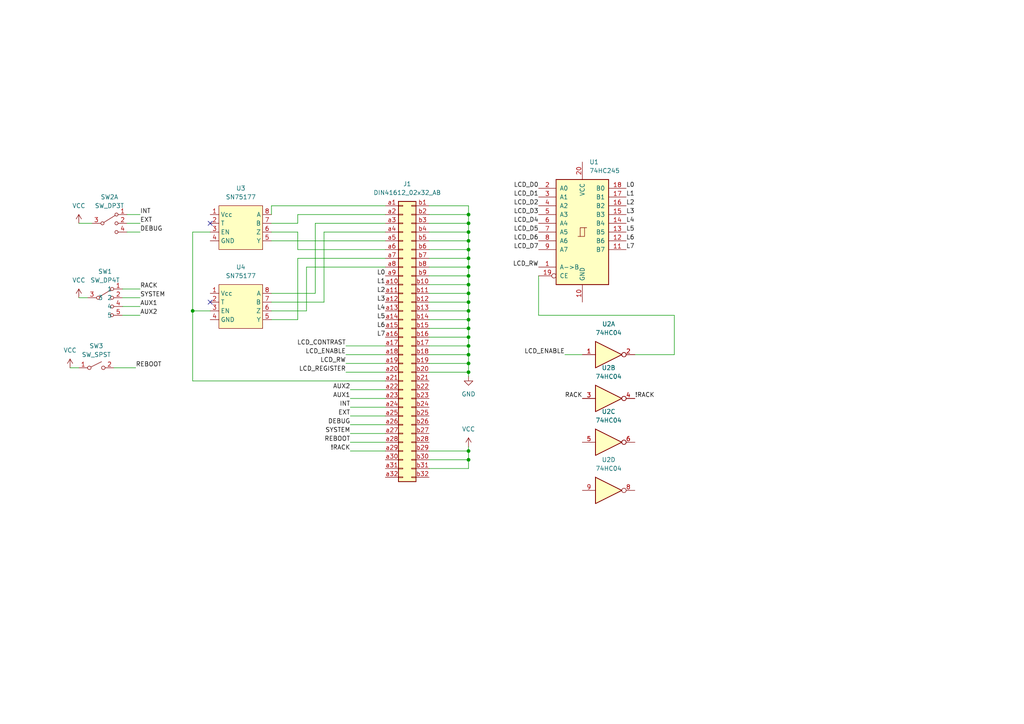
<source format=kicad_sch>
(kicad_sch (version 20211123) (generator eeschema)
  (paper "A4")
  (lib_symbols
    (symbol "74xx:74HC04"
      (property "Reference" "U" (at 0 1.27 0))
      (property "Value" "74HC04" (at 0 -1.27 0))
      (symbol "74HC04_1_0"
        (polyline (pts (xy -3.81 3.81) (xy -3.81 -3.81) (xy 3.81 0) (xy -3.81 3.81)) (stroke (width 0.254)) (fill (type background)))
        (pin input line (at -7.62 0 0) (length 3.81) (name "~") (number "1"))
        (pin output inverted (at 7.62 0 180) (length 3.81) (name "~") (number "2"))
      )
      (symbol "74HC04_2_0"
        (polyline (pts (xy -3.81 3.81) (xy -3.81 -3.81) (xy 3.81 0) (xy -3.81 3.81)) (stroke (width 0.254)) (fill (type background)))
        (pin input line (at -7.62 0 0) (length 3.81) (name "~") (number "3"))
        (pin output inverted (at 7.62 0 180) (length 3.81) (name "~") (number "4"))
      )
      (symbol "74HC04_3_0"
        (polyline (pts (xy -3.81 3.81) (xy -3.81 -3.81) (xy 3.81 0) (xy -3.81 3.81)) (stroke (width 0.254)) (fill (type background)))
        (pin input line (at -7.62 0 0) (length 3.81) (name "~") (number "5"))
        (pin output inverted (at 7.62 0 180) (length 3.81) (name "~") (number "6"))
      )
      (symbol "74HC04_4_0"
        (polyline (pts (xy -3.81 3.81) (xy -3.81 -3.81) (xy 3.81 0) (xy -3.81 3.81)) (stroke (width 0.254)) (fill (type background)))
        (pin output inverted (at 7.62 0 180) (length 3.81) (name "~") (number "8"))
        (pin input line (at -7.62 0 0) (length 3.81) (name "~") (number "9"))
      )
      (symbol "74HC04_5_0"
        (polyline (pts (xy -3.81 3.81) (xy -3.81 -3.81) (xy 3.81 0) (xy -3.81 3.81)) (stroke (width 0.254)) (fill (type background)))
        (pin output inverted (at 7.62 0 180) (length 3.81) (name "~") (number "10"))
        (pin input line (at -7.62 0 0) (length 3.81) (name "~") (number "11"))
      )
      (symbol "74HC04_6_0"
        (polyline (pts (xy -3.81 3.81) (xy -3.81 -3.81) (xy 3.81 0) (xy -3.81 3.81)) (stroke (width 0.254)) (fill (type background)))
        (pin output inverted (at 7.62 0 180) (length 3.81) (name "~") (number "12"))
        (pin input line (at -7.62 0 0) (length 3.81) (name "~") (number "13"))
      )
      (symbol "74HC04_7_0"
        (pin power_in line (at 0 12.7 270) (length 5.08) (name "VCC") (number "14"))
        (pin power_in line (at 0 -12.7 90) (length 5.08) (name "GND") (number "7"))
      )
      (symbol "74HC04_7_1"
        (rectangle (start -5.08 7.62) (end 5.08 -7.62) (stroke (width 0.254)) (fill (type background)))
      )
    )
    (symbol "74xx:74HC245" (pin_names (offset 1.016))
      (property "Reference" "U" (at -7.62 16.51 0))
      (property "Value" "74HC245" (at -7.62 -16.51 0))
      (symbol "74HC245_1_0"
        (polyline (pts (xy -0.635 -1.27) (xy -0.635 1.27) (xy 0.635 1.27)))
        (polyline (pts (xy -1.27 -1.27) (xy 0.635 -1.27) (xy 0.635 1.27) (xy 1.27 1.27)))
        (pin input line (at -12.7 -10.16 0) (length 5.08) (name "A->B") (number "1"))
        (pin power_in line (at 0 -20.32 90) (length 5.08) (name "GND") (number "10"))
        (pin tri_state line (at 12.7 -5.08 180) (length 5.08) (name "B7") (number "11"))
        (pin tri_state line (at 12.7 -2.54 180) (length 5.08) (name "B6") (number "12"))
        (pin tri_state line (at 12.7 0 180) (length 5.08) (name "B5") (number "13"))
        (pin tri_state line (at 12.7 2.54 180) (length 5.08) (name "B4") (number "14"))
        (pin tri_state line (at 12.7 5.08 180) (length 5.08) (name "B3") (number "15"))
        (pin tri_state line (at 12.7 7.62 180) (length 5.08) (name "B2") (number "16"))
        (pin tri_state line (at 12.7 10.16 180) (length 5.08) (name "B1") (number "17"))
        (pin tri_state line (at 12.7 12.7 180) (length 5.08) (name "B0") (number "18"))
        (pin input inverted (at -12.7 -12.7 0) (length 5.08) (name "CE") (number "19"))
        (pin tri_state line (at -12.7 12.7 0) (length 5.08) (name "A0") (number "2"))
        (pin power_in line (at 0 20.32 270) (length 5.08) (name "VCC") (number "20"))
        (pin tri_state line (at -12.7 10.16 0) (length 5.08) (name "A1") (number "3"))
        (pin tri_state line (at -12.7 7.62 0) (length 5.08) (name "A2") (number "4"))
        (pin tri_state line (at -12.7 5.08 0) (length 5.08) (name "A3") (number "5"))
        (pin tri_state line (at -12.7 2.54 0) (length 5.08) (name "A4") (number "6"))
        (pin tri_state line (at -12.7 0 0) (length 5.08) (name "A5") (number "7"))
        (pin tri_state line (at -12.7 -2.54 0) (length 5.08) (name "A6") (number "8"))
        (pin tri_state line (at -12.7 -5.08 0) (length 5.08) (name "A7") (number "9"))
      )
      (symbol "74HC245_1_1"
        (rectangle (start -7.62 15.24) (end 7.62 -15.24) (stroke (width 0.254)) (fill (type background)))
      )
    )
    (symbol "Connector:DIN41612_02x32_AB" (pin_names (offset 1.016) hide)
      (property "Reference" "J" (at 1.27 40.64 0))
      (property "Value" "DIN41612_02x32_AB" (at 1.27 -43.18 0))
      (symbol "DIN41612_02x32_AB_1_1"
        (rectangle (start -1.27 -40.513) (end 0 -40.767) (stroke (width 0.1524)))
        (rectangle (start -1.27 -37.973) (end 0 -38.227) (stroke (width 0.1524)))
        (rectangle (start -1.27 -35.433) (end 0 -35.687) (stroke (width 0.1524)))
        (rectangle (start -1.27 -32.893) (end 0 -33.147) (stroke (width 0.1524)))
        (rectangle (start -1.27 -30.353) (end 0 -30.607) (stroke (width 0.1524)))
        (rectangle (start -1.27 -27.813) (end 0 -28.067) (stroke (width 0.1524)))
        (rectangle (start -1.27 -25.273) (end 0 -25.527) (stroke (width 0.1524)))
        (rectangle (start -1.27 -22.733) (end 0 -22.987) (stroke (width 0.1524)))
        (rectangle (start -1.27 -20.193) (end 0 -20.447) (stroke (width 0.1524)))
        (rectangle (start -1.27 -17.653) (end 0 -17.907) (stroke (width 0.1524)))
        (rectangle (start -1.27 -15.113) (end 0 -15.367) (stroke (width 0.1524)))
        (rectangle (start -1.27 -12.573) (end 0 -12.827) (stroke (width 0.1524)))
        (rectangle (start -1.27 -10.033) (end 0 -10.287) (stroke (width 0.1524)))
        (rectangle (start -1.27 -7.493) (end 0 -7.747) (stroke (width 0.1524)))
        (rectangle (start -1.27 -4.953) (end 0 -5.207) (stroke (width 0.1524)))
        (rectangle (start -1.27 -2.413) (end 0 -2.667) (stroke (width 0.1524)))
        (rectangle (start -1.27 0.127) (end 0 -0.127) (stroke (width 0.1524)))
        (rectangle (start -1.27 2.667) (end 0 2.413) (stroke (width 0.1524)))
        (rectangle (start -1.27 5.207) (end 0 4.953) (stroke (width 0.1524)))
        (rectangle (start -1.27 7.747) (end 0 7.493) (stroke (width 0.1524)))
        (rectangle (start -1.27 10.287) (end 0 10.033) (stroke (width 0.1524)))
        (rectangle (start -1.27 12.827) (end 0 12.573) (stroke (width 0.1524)))
        (rectangle (start -1.27 15.367) (end 0 15.113) (stroke (width 0.1524)))
        (rectangle (start -1.27 17.907) (end 0 17.653) (stroke (width 0.1524)))
        (rectangle (start -1.27 20.447) (end 0 20.193) (stroke (width 0.1524)))
        (rectangle (start -1.27 22.987) (end 0 22.733) (stroke (width 0.1524)))
        (rectangle (start -1.27 25.527) (end 0 25.273) (stroke (width 0.1524)))
        (rectangle (start -1.27 28.067) (end 0 27.813) (stroke (width 0.1524)))
        (rectangle (start -1.27 30.607) (end 0 30.353) (stroke (width 0.1524)))
        (rectangle (start -1.27 33.147) (end 0 32.893) (stroke (width 0.1524)))
        (rectangle (start -1.27 35.687) (end 0 35.433) (stroke (width 0.1524)))
        (rectangle (start -1.27 38.227) (end 0 37.973) (stroke (width 0.1524)))
        (rectangle (start -1.27 39.37) (end 3.81 -41.91) (stroke (width 0.254)) (fill (type background)))
        (rectangle (start 3.81 -40.513) (end 2.54 -40.767) (stroke (width 0.1524)))
        (rectangle (start 3.81 -37.973) (end 2.54 -38.227) (stroke (width 0.1524)))
        (rectangle (start 3.81 -35.433) (end 2.54 -35.687) (stroke (width 0.1524)))
        (rectangle (start 3.81 -32.893) (end 2.54 -33.147) (stroke (width 0.1524)))
        (rectangle (start 3.81 -30.353) (end 2.54 -30.607) (stroke (width 0.1524)))
        (rectangle (start 3.81 -27.813) (end 2.54 -28.067) (stroke (width 0.1524)))
        (rectangle (start 3.81 -25.273) (end 2.54 -25.527) (stroke (width 0.1524)))
        (rectangle (start 3.81 -22.733) (end 2.54 -22.987) (stroke (width 0.1524)))
        (rectangle (start 3.81 -20.193) (end 2.54 -20.447) (stroke (width 0.1524)))
        (rectangle (start 3.81 -17.653) (end 2.54 -17.907) (stroke (width 0.1524)))
        (rectangle (start 3.81 -15.113) (end 2.54 -15.367) (stroke (width 0.1524)))
        (rectangle (start 3.81 -12.573) (end 2.54 -12.827) (stroke (width 0.1524)))
        (rectangle (start 3.81 -10.033) (end 2.54 -10.287) (stroke (width 0.1524)))
        (rectangle (start 3.81 -7.493) (end 2.54 -7.747) (stroke (width 0.1524)))
        (rectangle (start 3.81 -4.953) (end 2.54 -5.207) (stroke (width 0.1524)))
        (rectangle (start 3.81 -2.413) (end 2.54 -2.667) (stroke (width 0.1524)))
        (rectangle (start 3.81 0.127) (end 2.54 -0.127) (stroke (width 0.1524)))
        (rectangle (start 3.81 2.667) (end 2.54 2.413) (stroke (width 0.1524)))
        (rectangle (start 3.81 5.207) (end 2.54 4.953) (stroke (width 0.1524)))
        (rectangle (start 3.81 7.747) (end 2.54 7.493) (stroke (width 0.1524)))
        (rectangle (start 3.81 10.287) (end 2.54 10.033) (stroke (width 0.1524)))
        (rectangle (start 3.81 12.827) (end 2.54 12.573) (stroke (width 0.1524)))
        (rectangle (start 3.81 15.367) (end 2.54 15.113) (stroke (width 0.1524)))
        (rectangle (start 3.81 17.907) (end 2.54 17.653) (stroke (width 0.1524)))
        (rectangle (start 3.81 20.447) (end 2.54 20.193) (stroke (width 0.1524)))
        (rectangle (start 3.81 22.987) (end 2.54 22.733) (stroke (width 0.1524)))
        (rectangle (start 3.81 25.527) (end 2.54 25.273) (stroke (width 0.1524)))
        (rectangle (start 3.81 28.067) (end 2.54 27.813) (stroke (width 0.1524)))
        (rectangle (start 3.81 30.607) (end 2.54 30.353) (stroke (width 0.1524)))
        (rectangle (start 3.81 33.147) (end 2.54 32.893) (stroke (width 0.1524)))
        (rectangle (start 3.81 35.687) (end 2.54 35.433) (stroke (width 0.1524)))
        (rectangle (start 3.81 38.227) (end 2.54 37.973) (stroke (width 0.1524)))
        (pin passive line (at -5.08 38.1 0) (length 3.81) (name "Pin_a1") (number "a1"))
        (pin passive line (at -5.08 15.24 0) (length 3.81) (name "Pin_a10") (number "a10"))
        (pin passive line (at -5.08 12.7 0) (length 3.81) (name "Pin_a11") (number "a11"))
        (pin passive line (at -5.08 10.16 0) (length 3.81) (name "Pin_a12") (number "a12"))
        (pin passive line (at -5.08 7.62 0) (length 3.81) (name "Pin_a13") (number "a13"))
        (pin passive line (at -5.08 5.08 0) (length 3.81) (name "Pin_a14") (number "a14"))
        (pin passive line (at -5.08 2.54 0) (length 3.81) (name "Pin_a15") (number "a15"))
        (pin passive line (at -5.08 0 0) (length 3.81) (name "Pin_a16") (number "a16"))
        (pin passive line (at -5.08 -2.54 0) (length 3.81) (name "Pin_a17") (number "a17"))
        (pin passive line (at -5.08 -5.08 0) (length 3.81) (name "Pin_a18") (number "a18"))
        (pin passive line (at -5.08 -7.62 0) (length 3.81) (name "Pin_a19") (number "a19"))
        (pin passive line (at -5.08 35.56 0) (length 3.81) (name "Pin_a2") (number "a2"))
        (pin passive line (at -5.08 -10.16 0) (length 3.81) (name "Pin_a20") (number "a20"))
        (pin passive line (at -5.08 -12.7 0) (length 3.81) (name "Pin_a21") (number "a21"))
        (pin passive line (at -5.08 -15.24 0) (length 3.81) (name "Pin_a22") (number "a22"))
        (pin passive line (at -5.08 -17.78 0) (length 3.81) (name "Pin_a23") (number "a23"))
        (pin passive line (at -5.08 -20.32 0) (length 3.81) (name "Pin_a24") (number "a24"))
        (pin passive line (at -5.08 -22.86 0) (length 3.81) (name "Pin_a25") (number "a25"))
        (pin passive line (at -5.08 -25.4 0) (length 3.81) (name "Pin_a26") (number "a26"))
        (pin passive line (at -5.08 -27.94 0) (length 3.81) (name "Pin_a27") (number "a27"))
        (pin passive line (at -5.08 -30.48 0) (length 3.81) (name "Pin_a28") (number "a28"))
        (pin passive line (at -5.08 -33.02 0) (length 3.81) (name "Pin_a29") (number "a29"))
        (pin passive line (at -5.08 33.02 0) (length 3.81) (name "Pin_a3") (number "a3"))
        (pin passive line (at -5.08 -35.56 0) (length 3.81) (name "Pin_a30") (number "a30"))
        (pin passive line (at -5.08 -38.1 0) (length 3.81) (name "Pin_a31") (number "a31"))
        (pin passive line (at -5.08 -40.64 0) (length 3.81) (name "Pin_a32") (number "a32"))
        (pin passive line (at -5.08 30.48 0) (length 3.81) (name "Pin_a4") (number "a4"))
        (pin passive line (at -5.08 27.94 0) (length 3.81) (name "Pin_a5") (number "a5"))
        (pin passive line (at -5.08 25.4 0) (length 3.81) (name "Pin_a6") (number "a6"))
        (pin passive line (at -5.08 22.86 0) (length 3.81) (name "Pin_a7") (number "a7"))
        (pin passive line (at -5.08 20.32 0) (length 3.81) (name "Pin_a8") (number "a8"))
        (pin passive line (at -5.08 17.78 0) (length 3.81) (name "Pin_a9") (number "a9"))
        (pin passive line (at 7.62 38.1 180) (length 3.81) (name "Pin_b1") (number "b1"))
        (pin passive line (at 7.62 15.24 180) (length 3.81) (name "Pin_b10") (number "b10"))
        (pin passive line (at 7.62 12.7 180) (length 3.81) (name "Pin_b11") (number "b11"))
        (pin passive line (at 7.62 10.16 180) (length 3.81) (name "Pin_b12") (number "b12"))
        (pin passive line (at 7.62 7.62 180) (length 3.81) (name "Pin_b13") (number "b13"))
        (pin passive line (at 7.62 5.08 180) (length 3.81) (name "Pin_b14") (number "b14"))
        (pin passive line (at 7.62 2.54 180) (length 3.81) (name "Pin_b15") (number "b15"))
        (pin passive line (at 7.62 0 180) (length 3.81) (name "Pin_b16") (number "b16"))
        (pin passive line (at 7.62 -2.54 180) (length 3.81) (name "Pin_b17") (number "b17"))
        (pin passive line (at 7.62 -5.08 180) (length 3.81) (name "Pin_b18") (number "b18"))
        (pin passive line (at 7.62 -7.62 180) (length 3.81) (name "Pin_b19") (number "b19"))
        (pin passive line (at 7.62 35.56 180) (length 3.81) (name "Pin_b2") (number "b2"))
        (pin passive line (at 7.62 -10.16 180) (length 3.81) (name "Pin_b20") (number "b20"))
        (pin passive line (at 7.62 -12.7 180) (length 3.81) (name "Pin_b21") (number "b21"))
        (pin passive line (at 7.62 -15.24 180) (length 3.81) (name "Pin_b22") (number "b22"))
        (pin passive line (at 7.62 -17.78 180) (length 3.81) (name "Pin_b23") (number "b23"))
        (pin passive line (at 7.62 -20.32 180) (length 3.81) (name "Pin_b24") (number "b24"))
        (pin passive line (at 7.62 -22.86 180) (length 3.81) (name "Pin_b25") (number "b25"))
        (pin passive line (at 7.62 -25.4 180) (length 3.81) (name "Pin_b26") (number "b26"))
        (pin passive line (at 7.62 -27.94 180) (length 3.81) (name "Pin_b27") (number "b27"))
        (pin passive line (at 7.62 -30.48 180) (length 3.81) (name "Pin_b28") (number "b28"))
        (pin passive line (at 7.62 -33.02 180) (length 3.81) (name "Pin_b29") (number "b29"))
        (pin passive line (at 7.62 33.02 180) (length 3.81) (name "Pin_b3") (number "b3"))
        (pin passive line (at 7.62 -35.56 180) (length 3.81) (name "Pin_b30") (number "b30"))
        (pin passive line (at 7.62 -38.1 180) (length 3.81) (name "Pin_b31") (number "b31"))
        (pin passive line (at 7.62 -40.64 180) (length 3.81) (name "Pin_b32") (number "b32"))
        (pin passive line (at 7.62 30.48 180) (length 3.81) (name "Pin_b4") (number "b4"))
        (pin passive line (at 7.62 27.94 180) (length 3.81) (name "Pin_b5") (number "b5"))
        (pin passive line (at 7.62 25.4 180) (length 3.81) (name "Pin_b6") (number "b6"))
        (pin passive line (at 7.62 22.86 180) (length 3.81) (name "Pin_b7") (number "b7"))
        (pin passive line (at 7.62 20.32 180) (length 3.81) (name "Pin_b8") (number "b8"))
        (pin passive line (at 7.62 17.78 180) (length 3.81) (name "Pin_b9") (number "b9"))
      )
    )
    (symbol "FPC:SN75177"
      (property "Reference" "U" (at 0 0 0))
      (property "Value" "SN75177" (at 0 -2.54 0))
      (symbol "SN75177_0_1"
        (rectangle (start -6.35 -3.81) (end 6.35 -16.51) (fill (type background)))
      )
      (symbol "SN75177_1_1"
        (pin power_in line (at -8.89 -6.35 0) (length 2.54) (name "Vcc") (number "1"))
        (pin output line (at -8.89 -8.89 0) (length 2.54) (name "T") (number "2"))
        (pin input line (at -8.89 -11.43 0) (length 2.54) (name "EN") (number "3"))
        (pin power_in line (at -8.89 -13.97 0) (length 2.54) (name "GND") (number "4"))
        (pin output line (at 8.89 -13.97 180) (length 2.54) (name "Y") (number "5"))
        (pin output line (at 8.89 -11.43 180) (length 2.54) (name "Z") (number "6"))
        (pin input line (at 8.89 -8.89 180) (length 2.54) (name "B") (number "7"))
        (pin input line (at 8.89 -6.35 180) (length 2.54) (name "A") (number "8"))
      )
    )
    (symbol "FPC:SW_DP4T"
      (property "Reference" "SW" (at 0 0 0))
      (property "Value" "SW_DP4T" (at 0 -1.27 0))
      (symbol "SW_DP4T_0_1"
        (circle (center -0.762 -6.35) (radius 0.4572))
        (polyline (pts (xy -0.381 -6.096) (xy 2.921 -4.064)))
        (circle (center 3.2486 -11.4113) (radius 0.4572))
        (circle (center 3.302 -8.89) (radius 0.4572))
        (circle (center 3.302 -6.35) (radius 0.4572))
        (circle (center 3.302 -3.81) (radius 0.4572))
      )
      (symbol "SW_DP4T_1_1"
        (pin passive line (at 6.35 -3.81 180) (length 2.54) (name "1") (number "1"))
        (pin passive line (at 6.35 -6.35 180) (length 2.54) (name "2") (number "2"))
        (pin passive line (at -3.81 -6.35 0) (length 2.54) (name "3") (number "3"))
        (pin passive line (at 6.35 -8.89 180) (length 2.54) (name "4") (number "4"))
        (pin passive line (at 6.35 -11.43 180) (length 2.54) (name "5") (number "5"))
      )
    )
    (symbol "Switch:SW_DP3T" (pin_names (offset 0) hide)
      (property "Reference" "SW" (at 0 5.08 0))
      (property "Value" "SW_DP3T" (at 0 -5.08 0))
      (symbol "SW_DP3T_0_1"
        (circle (center -2.032 0) (radius 0.4572))
        (polyline (pts (xy -1.651 0.254) (xy 1.651 2.286)))
        (circle (center 2.032 -2.54) (radius 0.4572))
        (circle (center 2.032 0) (radius 0.4572))
        (circle (center 2.032 2.54) (radius 0.4572))
      )
      (symbol "SW_DP3T_1_1"
        (pin passive line (at 5.08 2.54 180) (length 2.54) (name "1") (number "1"))
        (pin passive line (at 5.08 0 180) (length 2.54) (name "2") (number "2"))
        (pin passive line (at -5.08 0 0) (length 2.54) (name "3") (number "3"))
        (pin passive line (at 5.08 -2.54 180) (length 2.54) (name "4") (number "4"))
      )
      (symbol "SW_DP3T_2_1"
        (pin passive line (at 5.08 2.54 180) (length 2.54) (name "5") (number "5"))
        (pin passive line (at 5.08 0 180) (length 2.54) (name "6") (number "6"))
        (pin passive line (at -5.08 0 0) (length 2.54) (name "7") (number "7"))
        (pin passive line (at 5.08 -2.54 180) (length 2.54) (name "8") (number "8"))
      )
    )
    (symbol "Switch:SW_SPST" (pin_names (offset 0) hide)
      (property "Reference" "SW" (at 0 3.175 0))
      (property "Value" "SW_SPST" (at 0 -2.54 0))
      (symbol "SW_SPST_0_0"
        (circle (center -2.032 0) (radius 0.508))
        (polyline (pts (xy -1.524 0.254) (xy 1.524 1.778)))
        (circle (center 2.032 0) (radius 0.508))
      )
      (symbol "SW_SPST_1_1"
        (pin passive line (at -5.08 0 0) (length 2.54) (name "A") (number "1"))
        (pin passive line (at 5.08 0 180) (length 2.54) (name "B") (number "2"))
      )
    )
    (symbol "power:GND" (power) (pin_names (offset 0))
      (property "Value" "GND" (at 0 -3.81 0))
      (symbol "GND_0_1"
        (polyline (pts (xy 0 0) (xy 0 -1.27) (xy 1.27 -1.27) (xy 0 -2.54) (xy -1.27 -1.27) (xy 0 -1.27)))
      )
      (symbol "GND_1_1"
        (pin power_in line (at 0 0 270) (length 0) hide (name "GND") (number "1"))
      )
    )
    (symbol "power:VCC" (power) (pin_names (offset 0))
      (property "Value" "VCC" (at 0 3.81 0))
      (symbol "VCC_0_1"
        (polyline (pts (xy -0.762 1.27) (xy 0 2.54)))
        (polyline (pts (xy 0 0) (xy 0 2.54)))
        (polyline (pts (xy 0 2.54) (xy 0.762 1.27)))
      )
      (symbol "VCC_1_1"
        (pin power_in line (at 0 0 90) (length 0) hide (name "VCC") (number "1"))
      )
    )
  )
  (junction (at 135.89 62.23))
  (junction (at 135.89 87.63))
  (junction (at 135.89 130.81))
  (junction (at 135.89 95.25))
  (junction (at 135.89 69.85))
  (junction (at 135.89 80.01))
  (junction (at 135.89 77.47))
  (junction (at 135.89 97.79))
  (junction (at 135.89 92.71))
  (junction (at 135.89 64.77))
  (junction (at 135.89 100.33))
  (junction (at 135.89 72.39))
  (junction (at 135.89 67.31))
  (junction (at 55.88 90.17))
  (junction (at 135.89 105.41))
  (junction (at 135.89 107.95))
  (junction (at 135.89 74.93))
  (junction (at 135.89 102.87))
  (junction (at 135.89 82.55))
  (junction (at 135.89 90.17))
  (junction (at 135.89 133.35))
  (junction (at 135.89 85.09))
  (no_connect (at 60.96 87.63))
  (no_connect (at 60.96 64.77))
  (wire (pts (xy 135.89 74.93) (xy 135.89 77.47)))
  (wire (pts (xy 135.89 100.33) (xy 135.89 102.87)))
  (wire (pts (xy 135.89 59.69) (xy 135.89 62.23)))
  (wire (pts (xy 124.46 102.87) (xy 135.89 102.87)))
  (wire (pts (xy 135.89 95.25) (xy 135.89 97.79)))
  (wire (pts (xy 100.33 105.41) (xy 111.76 105.41)))
  (wire (pts (xy 124.46 74.93) (xy 135.89 74.93)))
  (wire (pts (xy 111.76 110.49) (xy 55.88 110.49)))
  (wire (pts (xy 33.02 106.68) (xy 39.37 106.68)))
  (wire (pts (xy 93.98 67.31) (xy 93.98 87.63)))
  (wire (pts (xy 124.46 80.01) (xy 135.89 80.01)))
  (wire (pts (xy 124.46 133.35) (xy 135.89 133.35)))
  (wire (pts (xy 135.89 64.77) (xy 135.89 67.31)))
  (wire (pts (xy 124.46 90.17) (xy 135.89 90.17)))
  (wire (pts (xy 124.46 69.85) (xy 135.89 69.85)))
  (wire (pts (xy 135.89 72.39) (xy 135.89 74.93)))
  (wire (pts (xy 135.89 77.47) (xy 135.89 80.01)))
  (wire (pts (xy 86.36 72.39) (xy 86.36 67.31)))
  (wire (pts (xy 111.76 74.93) (xy 86.36 74.93)))
  (wire (pts (xy 88.9 90.17) (xy 78.74 90.17)))
  (wire (pts (xy 36.83 62.23) (xy 40.64 62.23)))
  (wire (pts (xy 111.76 130.81) (xy 101.6 130.81)))
  (wire (pts (xy 135.89 80.01) (xy 135.89 82.55)))
  (wire (pts (xy 111.76 62.23) (xy 86.36 62.23)))
  (wire (pts (xy 156.21 80.01) (xy 156.21 91.44)))
  (wire (pts (xy 55.88 67.31) (xy 55.88 90.17)))
  (wire (pts (xy 124.46 92.71) (xy 135.89 92.71)))
  (wire (pts (xy 124.46 85.09) (xy 135.89 85.09)))
  (wire (pts (xy 124.46 87.63) (xy 135.89 87.63)))
  (wire (pts (xy 22.86 64.77) (xy 26.67 64.77)))
  (wire (pts (xy 101.6 125.73) (xy 111.76 125.73)))
  (wire (pts (xy 135.89 109.22) (xy 135.89 107.95)))
  (wire (pts (xy 100.33 107.95) (xy 111.76 107.95)))
  (wire (pts (xy 135.89 62.23) (xy 135.89 64.77)))
  (wire (pts (xy 111.76 72.39) (xy 86.36 72.39)))
  (wire (pts (xy 36.83 64.77) (xy 40.64 64.77)))
  (wire (pts (xy 78.74 59.69) (xy 78.74 62.23)))
  (wire (pts (xy 91.44 85.09) (xy 78.74 85.09)))
  (wire (pts (xy 135.89 105.41) (xy 135.89 102.87)))
  (wire (pts (xy 124.46 107.95) (xy 135.89 107.95)))
  (wire (pts (xy 135.89 133.35) (xy 135.89 130.81)))
  (wire (pts (xy 135.89 87.63) (xy 135.89 90.17)))
  (wire (pts (xy 101.6 128.27) (xy 111.76 128.27)))
  (wire (pts (xy 55.88 90.17) (xy 60.96 90.17)))
  (wire (pts (xy 101.6 115.57) (xy 111.76 115.57)))
  (wire (pts (xy 195.58 91.44) (xy 195.58 102.87)))
  (wire (pts (xy 195.58 102.87) (xy 184.15 102.87)))
  (wire (pts (xy 124.46 105.41) (xy 135.89 105.41)))
  (wire (pts (xy 101.6 123.19) (xy 111.76 123.19)))
  (wire (pts (xy 135.89 85.09) (xy 135.89 87.63)))
  (wire (pts (xy 124.46 130.81) (xy 135.89 130.81)))
  (wire (pts (xy 93.98 87.63) (xy 78.74 87.63)))
  (wire (pts (xy 20.32 106.68) (xy 22.86 106.68)))
  (wire (pts (xy 135.89 92.71) (xy 135.89 95.25)))
  (wire (pts (xy 124.46 77.47) (xy 135.89 77.47)))
  (wire (pts (xy 100.33 102.87) (xy 111.76 102.87)))
  (wire (pts (xy 111.76 64.77) (xy 91.44 64.77)))
  (wire (pts (xy 124.46 62.23) (xy 135.89 62.23)))
  (wire (pts (xy 124.46 64.77) (xy 135.89 64.77)))
  (wire (pts (xy 156.21 91.44) (xy 195.58 91.44)))
  (wire (pts (xy 124.46 135.89) (xy 135.89 135.89)))
  (wire (pts (xy 124.46 59.69) (xy 135.89 59.69)))
  (wire (pts (xy 135.89 90.17) (xy 135.89 92.71)))
  (wire (pts (xy 88.9 77.47) (xy 88.9 90.17)))
  (wire (pts (xy 101.6 113.03) (xy 111.76 113.03)))
  (wire (pts (xy 124.46 72.39) (xy 135.89 72.39)))
  (wire (pts (xy 124.46 95.25) (xy 135.89 95.25)))
  (wire (pts (xy 86.36 64.77) (xy 78.74 64.77)))
  (wire (pts (xy 135.89 82.55) (xy 135.89 85.09)))
  (wire (pts (xy 124.46 67.31) (xy 135.89 67.31)))
  (wire (pts (xy 111.76 69.85) (xy 78.74 69.85)))
  (wire (pts (xy 124.46 82.55) (xy 135.89 82.55)))
  (wire (pts (xy 55.88 110.49) (xy 55.88 90.17)))
  (wire (pts (xy 86.36 62.23) (xy 86.36 64.77)))
  (wire (pts (xy 135.89 130.81) (xy 135.89 129.54)))
  (wire (pts (xy 135.89 67.31) (xy 135.89 69.85)))
  (wire (pts (xy 111.76 59.69) (xy 78.74 59.69)))
  (wire (pts (xy 135.89 69.85) (xy 135.89 72.39)))
  (wire (pts (xy 101.6 118.11) (xy 111.76 118.11)))
  (wire (pts (xy 124.46 100.33) (xy 135.89 100.33)))
  (wire (pts (xy 135.89 107.95) (xy 135.89 105.41)))
  (wire (pts (xy 111.76 77.47) (xy 88.9 77.47)))
  (wire (pts (xy 91.44 64.77) (xy 91.44 85.09)))
  (wire (pts (xy 22.86 86.36) (xy 25.4 86.36)))
  (wire (pts (xy 35.56 91.44) (xy 40.64 91.44)))
  (wire (pts (xy 60.96 67.31) (xy 55.88 67.31)))
  (wire (pts (xy 163.83 102.87) (xy 168.91 102.87)))
  (wire (pts (xy 86.36 74.93) (xy 86.36 92.71)))
  (wire (pts (xy 111.76 67.31) (xy 93.98 67.31)))
  (wire (pts (xy 100.33 100.33) (xy 111.76 100.33)))
  (wire (pts (xy 36.83 67.31) (xy 40.64 67.31)))
  (wire (pts (xy 86.36 92.71) (xy 78.74 92.71)))
  (wire (pts (xy 35.56 88.9) (xy 40.64 88.9)))
  (wire (pts (xy 35.56 86.36) (xy 40.64 86.36)))
  (wire (pts (xy 124.46 97.79) (xy 135.89 97.79)))
  (wire (pts (xy 86.36 67.31) (xy 78.74 67.31)))
  (wire (pts (xy 135.89 135.89) (xy 135.89 133.35)))
  (wire (pts (xy 101.6 120.65) (xy 111.76 120.65)))
  (wire (pts (xy 135.89 97.79) (xy 135.89 100.33)))
  (wire (pts (xy 35.56 83.82) (xy 40.64 83.82)))
  (label "LCD_CONTRAST" (at 100.33 100.33 180))
  (label "RACK" (at 168.91 115.57 180))
  (label "L2" (at 111.76 85.09 180))
  (label "INT" (at 101.6 118.11 180))
  (label "LCD_D3" (at 156.21 62.23 180))
  (label "L5" (at 181.61 67.31 0))
  (label "LCD_D7" (at 156.21 72.39 180))
  (label "AUX1" (at 40.64 88.9 0))
  (label "LCD_REGISTER" (at 100.33 107.95 180))
  (label "L6" (at 181.61 69.85 0))
  (label "!RACK" (at 184.15 115.57 0))
  (label "L1" (at 111.76 82.55 180))
  (label "L4" (at 111.76 90.17 180))
  (label "L1" (at 181.61 57.15 0))
  (label "L0" (at 111.76 80.01 180))
  (label "DEBUG" (at 101.6 123.19 180))
  (label "AUX2" (at 101.6 113.03 180))
  (label "L3" (at 111.76 87.63 180))
  (label "L5" (at 111.76 92.71 180))
  (label "LCD_D1" (at 156.21 57.15 180))
  (label "REBOOT" (at 101.6 128.27 180))
  (label "INT" (at 40.64 62.23 0))
  (label "DEBUG" (at 40.64 67.31 0))
  (label "!RACK" (at 101.6 130.81 180))
  (label "EXT" (at 40.64 64.77 0))
  (label "LCD_D4" (at 156.21 64.77 180))
  (label "LCD_D0" (at 156.21 54.61 180))
  (label "LCD_ENABLE" (at 100.33 102.87 180))
  (label "LCD_D6" (at 156.21 69.85 180))
  (label "AUX2" (at 40.64 91.44 0))
  (label "L6" (at 111.76 95.25 180))
  (label "SYSTEM" (at 101.6 125.73 180))
  (label "AUX1" (at 101.6 115.57 180))
  (label "SYSTEM" (at 40.64 86.36 0))
  (label "REBOOT" (at 39.37 106.68 0))
  (label "L4" (at 181.61 64.77 0))
  (label "RACK" (at 40.64 83.82 0))
  (label "L3" (at 181.61 62.23 0))
  (label "L7" (at 111.76 97.79 180))
  (label "L7" (at 181.61 72.39 0))
  (label "LCD_RW" (at 100.33 105.41 180))
  (label "LCD_RW" (at 156.21 77.47 180))
  (label "LCD_D5" (at 156.21 67.31 180))
  (label "EXT" (at 101.6 120.65 180))
  (label "LCD_ENABLE" (at 163.83 102.87 180))
  (label "LCD_D2" (at 156.21 59.69 180))
  (label "L2" (at 181.61 59.69 0))
  (label "L0" (at 181.61 54.61 0))
  (symbol (lib_id "Switch:SW_DP3T") (at 31.75 64.77 0) (unit 1)
    (property "Reference" "SW2" (at 31.75 57.15 0))
    (property "Value" "SW_DP3T" (at 31.75 59.69 0))
  )
  (symbol (lib_id "FPC:SN75177") (at 69.85 55.88 0) (unit 1)
    (property "Reference" "U3" (at 69.85 54.61 0))
    (property "Value" "SN75177" (at 69.85 57.15 0))
  )
  (symbol (lib_id "Switch:SW_SPST") (at 27.94 106.68 0) (unit 1)
    (property "Reference" "SW3" (at 27.94 100.33 0))
    (property "Value" "SW_SPST" (at 27.94 102.87 0))
  )
  (symbol (lib_id "74xx:74HC04") (at 176.53 128.27 0) (unit 3)
    (property "Reference" "U2" (at 176.53 119.38 0))
    (property "Value" "74HC04" (at 176.53 121.92 0))
    (property "Datasheet" "https://assets.nexperia.com/documents/data-sheet/74HC_HCT04.pdf" (effects hide))
  )
  (symbol (lib_id "power:VCC") (at 22.86 86.36 0) (unit 1)
    (property "Reference" "#PWR05" (effects hide))
    (property "Value" "VCC" (at 22.86 81.28 0))
  )
  (symbol (lib_id "power:VCC") (at 135.89 129.54 0) (unit 1)
    (property "Reference" "#PWR02" (effects hide))
    (property "Value" "VCC" (at 135.89 124.46 0))
  )
  (symbol (lib_id "power:GND") (at 135.89 109.22 0) (unit 1)
    (property "Reference" "#PWR01" (effects hide))
    (property "Value" "GND" (at 135.89 114.3 0))
  )
  (symbol (lib_id "74xx:74HC04") (at 176.53 142.24 0) (unit 4)
    (property "Reference" "U2" (at 176.53 133.35 0))
    (property "Value" "74HC04" (at 176.53 135.89 0))
    (property "Datasheet" "https://assets.nexperia.com/documents/data-sheet/74HC_HCT04.pdf" (effects hide))
  )
  (symbol (lib_id "74xx:74HC245") (at 168.91 67.31 0) (unit 1)
    (property "Reference" "U1" (at 170.9294 46.99 0) (effects (justify left)))
    (property "Value" "74HC245" (at 170.9294 49.53 0) (effects (justify left)))
    (property "Datasheet" "http://www.ti.com/lit/gpn/sn74HC245" (effects hide))
  )
  (symbol (lib_id "power:VCC") (at 20.32 106.68 0) (unit 1)
    (property "Reference" "#PWR03" (effects hide))
    (property "Value" "VCC" (at 20.32 101.6 0))
  )
  (symbol (lib_id "power:VCC") (at 22.86 64.77 0) (unit 1)
    (property "Reference" "#PWR04" (effects hide))
    (property "Value" "VCC" (at 22.86 59.69 0))
  )
  (symbol (lib_id "FPC:SN75177") (at 69.85 78.74 0) (unit 1)
    (property "Reference" "U4" (at 69.85 77.47 0))
    (property "Value" "SN75177" (at 69.85 80.01 0))
  )
  (symbol (lib_id "74xx:74HC04") (at 176.53 115.57 0) (unit 2)
    (property "Reference" "U2" (at 176.53 106.68 0))
    (property "Value" "74HC04" (at 176.53 109.22 0))
    (property "Datasheet" "https://assets.nexperia.com/documents/data-sheet/74HC_HCT04.pdf" (effects hide))
  )
  (symbol (lib_id "74xx:74HC04") (at 176.53 102.87 0) (unit 1)
    (property "Reference" "U2" (at 176.53 93.98 0))
    (property "Value" "74HC04" (at 176.53 96.52 0))
    (property "Datasheet" "https://assets.nexperia.com/documents/data-sheet/74HC_HCT04.pdf" (effects hide))
  )
  (symbol (lib_id "Connector:DIN41612_02x32_AB") (at 116.84 97.79 0) (unit 1)
    (property "Reference" "J1" (at 118.11 53.34 0))
    (property "Value" "DIN41612_02x32_AB" (at 118.11 55.88 0))
  )
  (symbol (lib_id "FPC:SW_DP4T") (at 29.21 80.01 0) (unit 1)
    (property "Reference" "SW1" (at 30.48 78.74 0))
    (property "Value" "SW_DP4T" (at 30.48 81.28 0))
  )
)
</source>
